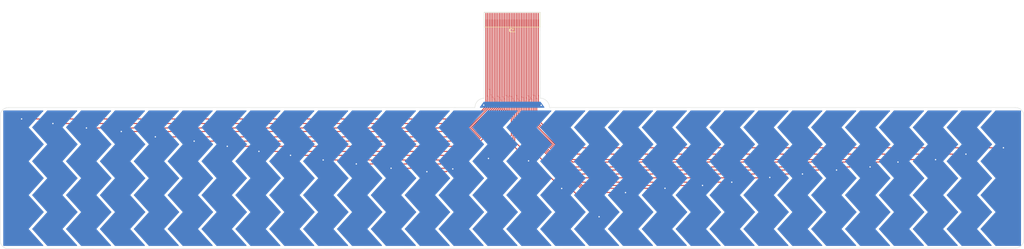
<source format=kicad_pcb>
(kicad_pcb (version 20221018) (generator pcbnew)
  (layers (0 "F.Cu" signal) (31 "B.Cu" signal) (34 "B.Paste" user) (35 "F.Paste" user) (36 "B.SilkS" user "B.Silkscreen") (37 "F.SilkS" user "F.Silkscreen") (38 "B.Mask" user) (39 "F.Mask" user) (44 "Edge.Cuts" user))
  (net 0 "")
  (net 1 "GND")
  (net 2 "/TOUCH0")
  (net 3 "/TOUCH1")
  (net 4 "/TOUCH2")
  (net 5 "/TOUCH3")
  (net 6 "/TOUCH4")
  (net 7 "/TOUCH5")
  (net 8 "/TOUCH6")
  (net 9 "/TOUCH7")
  (net 10 "/TOUCH8")
  (net 11 "/TOUCH9")
  (net 12 "/TOUCH10")
  (net 13 "/TOUCH11")
  (net 14 "/TOUCH12")
  (net 15 "/TOUCH13")
  (net 16 "/TOUCH14")
  (net 17 "/TOUCH15")
  (net 18 "/TOUCH16")
  (net 19 "/TOUCH17")
  (net 20 "/TOUCH18")
  (net 21 "/TOUCH19")
  (net 22 "/TOUCH20")
  (net 23 "/TOUCH21")
  (net 24 "/TOUCH22")
  (net 25 "/TOUCH23")
  (net 26 "/TOUCH24")
  (net 27 "/TOUCH25")
  (net 28 "/TOUCH26")
  (net 29 "/TOUCH27")
  (net 30 "/TOUCH28")
  (net 31 "/TOUCH29")
  (footprint "trill-flex:trill_flex" (layer "F.Cu") (at 201.9046 107.599)
    (fp_text reference "C1" (at 0 3.15) (layer "F.SilkS"))
    (fp_text value "trill-flex-conector")
    (fp_line (start -8.25 -2.18) (end 8.25 -2.18) (stroke (width 0.12)) (layer "F.SilkS"))
    (fp_line (start -8.25 2.18) (end -8.25 -2.18) (stroke (width 0.12)) (layer "F.SilkS"))
    (fp_line (start -8.25 2.18) (end 8.25 2.18) (stroke (width 0.12)) (layer "F.SilkS"))
    (fp_line (start 8.25 2.18) (end 8.25 -2.18) (stroke (width 0.12)) (layer "F.SilkS"))
    (fp_line (start -8.25 -2.18) (end 8.25 -2.18) (stroke (width 0.12)) (layer "Edge.Cuts"))
    (fp_line (start -8.25 3.18) (end -8.25 -2.18) (stroke (width 0.12)) (layer "Edge.Cuts"))
    (fp_line (start 8.25 3.18) (end 8.25 -2.18) (stroke (width 0.12)) (layer "Edge.Cuts"))
    (pad "1" smd rect (at -7.75 0) (size 0.25 4) (layers "F.Cu" "F.Paste" "F.Mask") (net 1 "GND"))
    (pad "2" smd rect (at -7.25 0) (size 0.25 4) (layers "F.Cu" "F.Paste" "F.Mask") (net 2 "/TOUCH0"))
    (pad "3" smd rect (at -6.75 0) (size 0.25 4) (layers "F.Cu" "F.Paste" "F.Mask") (net 3 "/TOUCH1"))
    (pad "4" smd rect (at -6.25 0) (size 0.25 4) (layers "F.Cu" "F.Paste" "F.Mask") (net 4 "/TOUCH2"))
    (pad "5" smd rect (at -5.75 0) (size 0.25 4) (layers "F.Cu" "F.Paste" "F.Mask") (net 5 "/TOUCH3"))
    (pad "6" smd rect (at -5.25 0) (size 0.25 4) (layers "F.Cu" "F.Paste" "F.Mask") (net 6 "/TOUCH4"))
    (pad "7" smd rect (at -4.75 0) (size 0.25 4) (layers "F.Cu" "F.Paste" "F.Mask") (net 7 "/TOUCH5"))
    (pad "8" smd rect (at -4.25 0) (size 0.25 4) (layers "F.Cu" "F.Paste" "F.Mask") (net 8 "/TOUCH6"))
    (pad "9" smd rect (at -3.75 0) (size 0.25 4) (layers "F.Cu" "F.Paste" "F.Mask") (net 9 "/TOUCH7"))
    (pad "10" smd rect (at -3.25 0) (size 0.25 4) (layers "F.Cu" "F.Paste" "F.Mask") (net 10 "/TOUCH8"))
    (pad "11" smd rect (at -2.75 0) (size 0.25 4) (layers "F.Cu" "F.Paste" "F.Mask") (net 11 "/TOUCH9"))
    (pad "12" smd rect (at -2.25 0) (size 0.25 4) (layers "F.Cu" "F.Paste" "F.Mask") (net 12 "/TOUCH10"))
    (pad "13" smd rect (at -1.75 0) (size 0.25 4) (layers "F.Cu" "F.Paste" "F.Mask") (net 13 "/TOUCH11"))
    (pad "14" smd rect (at -1.25 0) (size 0.25 4) (layers "F.Cu" "F.Paste" "F.Mask") (net 14 "/TOUCH12"))
    (pad "15" smd rect (at -0.75 0) (size 0.25 4) (layers "F.Cu" "F.Paste" "F.Mask") (net 15 "/TOUCH13"))
    (pad "16" smd rect (at -0.25 0) (size 0.25 4) (layers "F.Cu" "F.Paste" "F.Mask") (net 16 "/TOUCH14"))
    (pad "17" smd rect (at 0.25 0) (size 0.25 4) (layers "F.Cu" "F.Paste" "F.Mask") (net 17 "/TOUCH15"))
    (pad "18" smd rect (at 0.75 0) (size 0.25 4) (layers "F.Cu" "F.Paste" "F.Mask") (net 18 "/TOUCH16"))
    (pad "19" smd rect (at 1.25 0) (size 0.25 4) (layers "F.Cu" "F.Paste" "F.Mask") (net 19 "/TOUCH17"))
    (pad "20" smd rect (at 1.75 0) (size 0.25 4) (layers "F.Cu" "F.Paste" "F.Mask") (net 20 "/TOUCH18"))
    (pad "21" smd rect (at 2.25 0) (size 0.25 4) (layers "F.Cu" "F.Paste" "F.Mask") (net 21 "/TOUCH19"))
    (pad "22" smd rect (at 2.75 0) (size 0.25 4) (layers "F.Cu" "F.Paste" "F.Mask") (net 22 "/TOUCH20"))
    (pad "23" smd rect (at 3.25 0) (size 0.25 4) (layers "F.Cu" "F.Paste" "F.Mask") (net 23 "/TOUCH21"))
    (pad "24" smd rect (at 3.75 0) (size 0.25 4) (layers "F.Cu" "F.Paste" "F.Mask") (net 24 "/TOUCH22"))
    (pad "25" smd rect (at 4.25 0) (size 0.25 4) (layers "F.Cu" "F.Paste" "F.Mask") (net 25 "/TOUCH23"))
    (pad "26" smd rect (at 4.75 0) (size 0.25 4) (layers "F.Cu" "F.Paste" "F.Mask") (net 26 "/TOUCH24"))
    (pad "27" smd rect (at 5.25 0) (size 0.25 4) (layers "F.Cu" "F.Paste" "F.Mask") (net 27 "/TOUCH25"))
    (pad "28" smd rect (at 5.75 0) (size 0.25 4) (layers "F.Cu" "F.Paste" "F.Mask") (net 28 "/TOUCH26"))
    (pad "29" smd rect (at 6.25 0) (size 0.25 4) (layers "F.Cu" "F.Paste" "F.Mask") (net 29 "/TOUCH27"))
    (pad "30" smd rect (at 6.75 0) (size 0.25 4) (layers "F.Cu" "F.Paste" "F.Mask") (net 30 "/TOUCH28"))
    (pad "31" smd rect (at 7.25 0) (size 0.25 4) (layers "F.Cu" "F.Paste" "F.Mask") (net 31 "/TOUCH29"))
    (pad "32" smd rect (at 7.75 0) (size 0.25 4) (layers "F.Cu" "F.Paste" "F.Mask") (net 1 "GND"))
  )
  (gr_arc (start 53.25 175.25) (mid 51.482233 174.517767) (end 50.75 172.75) (stroke (width 0.1)) (layer "Edge.Cuts"))
  (gr_arc (start 190.9318 133.5278) (mid 191.735265 131.588065) (end 193.675 130.7846) (stroke (width 0.1)) (layer "Edge.Cuts"))
  (gr_arc (start 350.5 133.525) (mid 352.267767 134.257233) (end 353 136.025) (stroke (width 0.1)) (layer "Edge.Cuts"))
  (gr_line (start 50.75 172.75) (end 50.75 136.025) (stroke (width 0.1)) (layer "Edge.Cuts"))
  (gr_arc (start 353 172.5) (mid 352.267767 174.267767) (end 350.5 175) (stroke (width 0.1)) (layer "Edge.Cuts"))
  (gr_arc (start 210.175 130.7744) (mid 212.121877 131.580864) (end 212.9282 133.5278) (stroke (width 0.1)) (layer "Edge.Cuts"))
  (gr_line (start 190.9318 133.5278) (end 185 133.525) (stroke (width 0.1)) (layer "Edge.Cuts"))
  (gr_arc (start 50.75 136.025) (mid 51.482233 134.257233) (end 53.25 133.525) (stroke (width 0.1)) (layer "Edge.Cuts"))
  (gr_line (start 185 133.525) (end 53.25 133.525) (stroke (width 0.1)) (layer "Edge.Cuts"))
  (gr_line (start 53.25 175.25) (end 350.5 175) (stroke (width 0.1)) (layer "Edge.Cuts"))
  (gr_line (start 210.175 130.7744) (end 210.1546 110.779) (stroke (width 0.1)) (layer "Edge.Cuts"))
  (gr_line (start 212.9282 133.5278) (end 350.5 133.525) (stroke (width 0.1)) (layer "Edge.Cuts"))
  (gr_line (start 353 172.5) (end 353 136.025) (stroke (width 0.1)) (layer "Edge.Cuts"))
  (gr_line (start 193.6546 110.779) (end 193.675 130.7846) (stroke (width 0.1)) (layer "Edge.Cuts"))
  (segment (start 194.175 131.445) (end 194.1546 131.4246) (width 0.25) (layer "F.Cu") (net 1))
  (segment (start 209.6546 107.599) (end 209.6546 130.0276) (width 0.25) (layer "F.Cu") (net 1))
  (segment (start 209.675 132.078) (end 210.4898 132.8928) (width 0.25) (layer "F.Cu") (net 1))
  (segment (start 209.6546 130.0276) (end 209.675 130.048) (width 0.25) (layer "F.Cu") (net 1))
  (segment (start 194.1546 131.4246) (end 194.1546 107.599) (width 0.25) (layer "F.Cu") (net 1))
  (segment (start 209.675 130.048) (end 209.675 132.078) (width 0.25) (layer "F.Cu") (net 1))
  (segment (start 193.5226 132.8166) (end 194.175 132.1642) (width 0.25) (layer "F.Cu") (net 1))
  (segment (start 194.175 132.1642) (end 194.175 131.445) (width 0.25) (layer "F.Cu") (net 1))
  (via (at 210.4898 132.8928) (size 0.8) (drill 0.4) (layers "F.Cu" "B.Cu") (net 1))
  (via (at 193.5226 132.8166) (size 0.8) (drill 0.4) (layers "F.Cu" "B.Cu") (net 1))
  (segment (start 194.675 130.175) (end 194.6546 130.1546) (width 0.25) (layer "F.Cu") (net 2))
  (segment (start 190.458505 136.906) (end 194.675 132.689505) (width 0.25) (layer "F.Cu") (net 2))
  (segment (start 57.0738 136.906) (end 190.458505 136.906) (width 0.25) (layer "F.Cu") (net 2))
  (segment (start 194.675 132.689505) (end 194.675 130.175) (width 0.25) (layer "F.Cu") (net 2))
  (segment (start 194.6546 130.1546) (end 194.6546 107.599) (width 0.25) (layer "F.Cu") (net 2))
  (via (at 57.0738 136.906) (size 0.8) (drill 0.4) (layers "F.Cu" "B.Cu") (net 2))
  (segment (start 195.175 132.825901) (end 189.748701 138.2522) (width 0.25) (layer "F.Cu") (net 3))
  (segment (start 189.748701 138.2522) (end 66.3194 138.2522) (width 0.25) (layer "F.Cu") (net 3))
  (segment (start 195.175 128.188004) (end 195.175 132.825901) (width 0.25) (layer "F.Cu") (net 3))
  (segment (start 195.1546 128.167604) (end 195.175 128.188004) (width 0.25) (layer "F.Cu") (net 3))
  (segment (start 195.1546 107.599) (end 195.1546 128.167604) (width 0.25) (layer "F.Cu") (net 3))
  (via (at 66.3194 138.2522) (size 0.8) (drill 0.4) (layers "F.Cu" "B.Cu") (net 3))
  (segment (start 189.064297 139.573) (end 195.675 132.962297) (width 0.25) (layer "F.Cu") (net 4))
  (segment (start 195.675 132.962297) (end 195.675 129.7836) (width 0.25) (layer "F.Cu") (net 4))
  (segment (start 195.6546 129.7632) (end 195.6546 107.599) (width 0.25) (layer "F.Cu") (net 4))
  (segment (start 195.675 129.7836) (end 195.6546 129.7632) (width 0.25) (layer "F.Cu") (net 4))
  (segment (start 76.2254 139.573) (end 189.064297 139.573) (width 0.25) (layer "F.Cu") (net 4))
  (via (at 76.2254 139.573) (size 0.8) (drill 0.4) (layers "F.Cu" "B.Cu") (net 4))
  (segment (start 196.1546 130.434) (end 196.175 130.4544) (width 0.25) (layer "F.Cu") (net 5))
  (segment (start 196.1546 107.599) (end 196.1546 130.434) (width 0.25) (layer "F.Cu") (net 5))
  (segment (start 188.659293 140.6144) (end 86.5124 140.6144) (width 0.25) (layer "F.Cu") (net 5))
  (segment (start 196.175 130.4544) (end 196.175 133.098693) (width 0.25) (layer "F.Cu") (net 5))
  (segment (start 196.175 133.098693) (end 188.659293 140.6144) (width 0.25) (layer "F.Cu") (net 5))
  (via (at 86.5124 140.6144) (size 0.8) (drill 0.4) (layers "F.Cu" "B.Cu") (net 5))
  (segment (start 196.675 133.235089) (end 196.675 131.0132) (width 0.25) (layer "F.Cu") (net 6))
  (segment (start 187.720889 142.1892) (end 196.675 133.235089) (width 0.25) (layer "F.Cu") (net 6))
  (segment (start 96.5708 142.1892) (end 187.720889 142.1892) (width 0.25) (layer "F.Cu") (net 6))
  (segment (start 196.675 131.0132) (end 196.6546 130.9928) (width 0.25) (layer "F.Cu") (net 6))
  (segment (start 196.6546 130.9928) (end 196.6546 107.599) (width 0.25) (layer "F.Cu") (net 6))
  (via (at 96.5708 142.1892) (size 0.8) (drill 0.4) (layers "F.Cu" "B.Cu") (net 6))
  (segment (start 197.175 133.371485) (end 187.087285 143.4592) (width 0.25) (layer "F.Cu") (net 7))
  (segment (start 197.175 131.6228) (end 197.175 133.371485) (width 0.25) (layer "F.Cu") (net 7))
  (segment (start 197.1546 107.599) (end 197.1546 131.6024) (width 0.25) (layer "F.Cu") (net 7))
  (segment (start 197.1546 131.6024) (end 197.175 131.6228) (width 0.25) (layer "F.Cu") (net 7))
  (segment (start 187.087285 143.4592) (end 108.0262 143.4592) (width 0.25) (layer "F.Cu") (net 7))
  (via (at 108.0262 143.4592) (size 0.8) (drill 0.4) (layers "F.Cu" "B.Cu") (net 7))
  (segment (start 197.675 133.507881) (end 186.199681 144.9832) (width 0.25) (layer "F.Cu") (net 8))
  (segment (start 197.6546 107.599) (end 197.6546 130.2054) (width 0.25) (layer "F.Cu") (net 8))
  (segment (start 186.199681 144.9832) (end 117.8052 144.9832) (width 0.25) (layer "F.Cu") (net 8))
  (segment (start 197.6546 130.2054) (end 197.675 130.2258) (width 0.25) (layer "F.Cu") (net 8))
  (segment (start 197.675 130.2258) (end 197.675 133.507881) (width 0.25) (layer "F.Cu") (net 8))
  (via (at 117.8052 144.9832) (size 0.8) (drill 0.4) (layers "F.Cu" "B.Cu") (net 8))
  (segment (start 198.175 130.6322) (end 198.1546 130.6118) (width 0.25) (layer "F.Cu") (net 9))
  (segment (start 185.337477 146.4818) (end 198.175 133.644277) (width 0.25) (layer "F.Cu") (net 9))
  (segment (start 198.175 133.644277) (end 198.175 130.6322) (width 0.25) (layer "F.Cu") (net 9))
  (segment (start 127.1524 146.4818) (end 185.337477 146.4818) (width 0.25) (layer "F.Cu") (net 9))
  (segment (start 198.1546 130.6118) (end 198.1546 107.599) (width 0.25) (layer "F.Cu") (net 9))
  (via (at 127.1524 146.4818) (size 0.8) (drill 0.4) (layers "F.Cu" "B.Cu") (net 9))
  (segment (start 198.6546 107.599) (end 198.6546 131.323) (width 0.25) (layer "F.Cu") (net 10))
  (segment (start 198.675 131.3434) (end 198.675 133.780673) (width 0.25) (layer "F.Cu") (net 10))
  (segment (start 198.6546 131.323) (end 198.675 131.3434) (width 0.25) (layer "F.Cu") (net 10))
  (segment (start 198.675 133.780673) (end 184.805473 147.6502) (width 0.25) (layer "F.Cu") (net 10))
  (segment (start 184.805473 147.6502) (end 136.4742 147.6502) (width 0.25) (layer "F.Cu") (net 10))
  (via (at 136.4742 147.6502) (size 0.8) (drill 0.4) (layers "F.Cu" "B.Cu") (net 10))
  (segment (start 199.175 133.917069) (end 184.070269 149.0218) (width 0.25) (layer "F.Cu") (net 11))
  (segment (start 199.1546 130.3578) (end 199.175 130.3782) (width 0.25) (layer "F.Cu") (net 11))
  (segment (start 199.1546 107.599) (end 199.1546 130.3578) (width 0.25) (layer "F.Cu") (net 11))
  (segment (start 199.175 130.3782) (end 199.175 133.917069) (width 0.25) (layer "F.Cu") (net 11))
  (segment (start 184.070269 149.0218) (end 146.1262 149.0218) (width 0.25) (layer "F.Cu") (net 11))
  (via (at 146.1262 149.0218) (size 0.8) (drill 0.4) (layers "F.Cu" "B.Cu") (net 11))
  (segment (start 183.538265 150.1902) (end 199.675 134.053465) (width 0.25) (layer "F.Cu") (net 12))
  (segment (start 155.9052 150.1902) (end 183.538265 150.1902) (width 0.25) (layer "F.Cu") (net 12))
  (segment (start 199.6546 130.942) (end 199.6546 107.599) (width 0.25) (layer "F.Cu") (net 12))
  (segment (start 199.675 134.053465) (end 199.675 130.9624) (width 0.25) (layer "F.Cu") (net 12))
  (segment (start 199.675 130.9624) (end 199.6546 130.942) (width 0.25) (layer "F.Cu") (net 12))
  (via (at 155.9052 150.1902) (size 0.8) (drill 0.4) (layers "F.Cu" "B.Cu") (net 12))
  (segment (start 200.175 134.189861) (end 182.904661 151.4602) (width 0.25) (layer "F.Cu") (net 13))
  (segment (start 182.904661 151.4602) (end 166.1668 151.4602) (width 0.25) (layer "F.Cu") (net 13))
  (segment (start 200.1546 107.599) (end 200.1546 129.9768) (width 0.25) (layer "F.Cu") (net 13))
  (segment (start 200.175 129.9972) (end 200.175 134.189861) (width 0.25) (layer "F.Cu") (net 13))
  (segment (start 200.1546 129.9768) (end 200.175 129.9972) (width 0.25) (layer "F.Cu") (net 13))
  (via (at 166.1668 151.4602) (size 0.8) (drill 0.4) (layers "F.Cu" "B.Cu") (net 13))
  (segment (start 200.675 130.4036) (end 200.675 134.326257) (width 0.25) (layer "F.Cu") (net 14))
  (segment (start 200.6546 130.3832) (end 200.675 130.4036) (width 0.25) (layer "F.Cu") (net 14))
  (segment (start 182.525057 152.4762) (end 176.7332 152.4762) (width 0.25) (layer "F.Cu") (net 14))
  (segment (start 200.6546 107.599) (end 200.6546 130.3832) (width 0.25) (layer "F.Cu") (net 14))
  (segment (start 200.675 134.326257) (end 182.525057 152.4762) (width 0.25) (layer "F.Cu") (net 14))
  (via (at 176.7332 152.4762) (size 0.8) (drill 0.4) (layers "F.Cu" "B.Cu") (net 14))
  (segment (start 201.175 130.1496) (end 201.175 134.867) (width 0.25) (layer "F.Cu") (net 15))
  (segment (start 201.1546 130.1292) (end 201.175 130.1496) (width 0.25) (layer "F.Cu") (net 15))
  (segment (start 201.1546 107.599) (end 201.1546 130.1292) (width 0.25) (layer "F.Cu") (net 15))
  (segment (start 201.175 134.867) (end 184.3786 151.6634) (width 0.25) (layer "F.Cu") (net 15))
  (via (at 184.3786 151.6634) (size 0.8) (drill 0.4) (layers "F.Cu" "B.Cu") (net 15))
  (segment (start 201.6546 130.2816) (end 201.675 130.302) (width 0.25) (layer "F.Cu") (net 16))
  (segment (start 201.675 130.302) (end 201.675 141.8092) (width 0.25) (layer "F.Cu") (net 16))
  (segment (start 201.675 141.8092) (end 194.9196 148.5646) (width 0.25) (layer "F.Cu") (net 16))
  (segment (start 201.6546 107.599) (end 201.6546 130.2816) (width 0.25) (layer "F.Cu") (net 16))
  (via (at 194.9196 148.5646) (size 0.8) (drill 0.4) (layers "F.Cu" "B.Cu") (net 16))
  (segment (start 202.1546 107.599) (end 202.1546 130.8912) (width 0.25) (layer "F.Cu") (net 17))
  (segment (start 202.1546 130.8912) (end 202.175 130.9116) (width 0.25) (layer "F.Cu") (net 17))
  (segment (start 202.175 130.9116) (end 202.175 144.6948) (width 0.25) (layer "F.Cu") (net 17))
  (segment (start 202.175 144.6948) (end 206.756 149.2758) (width 0.25) (layer "F.Cu") (net 17))
  (via (at 206.756 149.2758) (size 0.8) (drill 0.4) (layers "F.Cu" "B.Cu") (net 17))
  (segment (start 202.675 143.5692) (end 216.535 157.4292) (width 0.25) (layer "F.Cu") (net 18))
  (segment (start 202.6546 131.6024) (end 202.675 131.6228) (width 0.25) (layer "F.Cu") (net 18))
  (segment (start 202.6546 107.599) (end 202.6546 131.6024) (width 0.25) (layer "F.Cu") (net 18))
  (segment (start 202.675 131.6228) (end 202.675 143.5692) (width 0.25) (layer "F.Cu") (net 18))
  (via (at 216.535 157.4292) (size 0.8) (drill 0.4) (layers "F.Cu" "B.Cu") (net 18))
  (segment (start 203.1546 129.9768) (end 203.175 129.9972) (width 0.25) (layer "F.Cu") (net 19))
  (segment (start 203.175 141.3768) (end 227.584 165.7858) (width 0.25) (layer "F.Cu") (net 19))
  (segment (start 203.175 129.9972) (end 203.175 141.3768) (width 0.25) (layer "F.Cu") (net 19))
  (segment (start 203.1546 107.599) (end 203.1546 129.9768) (width 0.25) (layer "F.Cu") (net 19))
  (via (at 227.584 165.7858) (size 0.8) (drill 0.4) (layers "F.Cu" "B.Cu") (net 19))
  (segment (start 203.6546 130.9674) (end 203.675 130.9878) (width 0.25) (layer "F.Cu") (net 20))
  (segment (start 203.675 130.9878) (end 203.675 138.905) (width 0.25) (layer "F.Cu") (net 20))
  (segment (start 223.3676 158.5976) (end 235.331 158.5976) (width 0.25) (layer "F.Cu") (net 20))
  (segment (start 203.675 138.905) (end 223.3676 158.5976) (width 0.25) (layer "F.Cu") (net 20))
  (segment (start 235.331 158.5976) (end 235.3818 158.6484) (width 0.25) (layer "F.Cu") (net 20))
  (segment (start 203.6546 107.599) (end 203.6546 130.9674) (width 0.25) (layer "F.Cu") (net 20))
  (via (at 235.3818 158.6484) (size 0.8) (drill 0.4) (layers "F.Cu" "B.Cu") (net 20))
  (segment (start 204.1546 107.599) (end 204.1546 131.5516) (width 0.25) (layer "F.Cu") (net 21))
  (segment (start 204.175 138.768604) (end 222.784796 157.3784) (width 0.25) (layer "F.Cu") (net 21))
  (segment (start 204.175 131.572) (end 204.175 138.768604) (width 0.25) (layer "F.Cu") (net 21))
  (segment (start 204.1546 131.5516) (end 204.175 131.572) (width 0.25) (layer "F.Cu") (net 21))
  (segment (start 222.784796 157.3784) (end 247.0404 157.3784) (width 0.25) (layer "F.Cu") (net 21))
  (via (at 247.0404 157.3784) (size 0.8) (drill 0.4) (layers "F.Cu" "B.Cu") (net 21))
  (segment (start 204.6546 130.3832) (end 204.675 130.4036) (width 0.25) (layer "F.Cu") (net 22))
  (segment (start 204.675 138.632208) (end 222.582992 156.5402) (width 0.25) (layer "F.Cu") (net 22))
  (segment (start 204.6546 107.599) (end 204.6546 130.3832) (width 0.25) (layer "F.Cu") (net 22))
  (segment (start 204.675 130.4036) (end 204.675 138.632208) (width 0.25) (layer "F.Cu") (net 22))
  (segment (start 222.582992 156.5402) (end 258.1148 156.5402) (width 0.25) (layer "F.Cu") (net 22))
  (via (at 258.1148 156.5402) (size 0.8) (drill 0.4) (layers "F.Cu" "B.Cu") (net 22))
  (segment (start 205.175 138.495812) (end 222.254188 155.575) (width 0.25) (layer "F.Cu") (net 23))
  (segment (start 205.175 130.5814) (end 205.175 138.495812) (width 0.25) (layer "F.Cu") (net 23))
  (segment (start 205.1546 107.599) (end 205.1546 130.561) (width 0.25) (layer "F.Cu") (net 23))
  (segment (start 205.1546 130.561) (end 205.175 130.5814) (width 0.25) (layer "F.Cu") (net 23))
  (segment (start 222.254188 155.575) (end 266.7508 155.575) (width 0.25) (layer "F.Cu") (net 23))
  (via (at 266.7508 155.575) (size 0.8) (drill 0.4) (layers "F.Cu" "B.Cu") (net 23))
  (segment (start 205.6546 131.6024) (end 205.675 131.6228) (width 0.25) (layer "F.Cu") (net 24))
  (segment (start 221.869 154.2796) (end 277.876 154.2796) (width 0.25) (layer "F.Cu") (net 24))
  (segment (start 205.6546 107.599) (end 205.6546 131.6024) (width 0.25) (layer "F.Cu") (net 24))
  (segment (start 277.876 154.2796) (end 277.9776 154.178) (width 0.25) (layer "F.Cu") (net 24))
  (segment (start 205.675 138.0856) (end 221.869 154.2796) (width 0.25) (layer "F.Cu") (net 24))
  (segment (start 205.675 131.6228) (end 205.675 138.0856) (width 0.25) (layer "F.Cu") (net 24))
  (via (at 277.9776 154.178) (size 0.8) (drill 0.4) (layers "F.Cu" "B.Cu") (net 24))
  (segment (start 221.387796 153.162) (end 287.6296 153.162) (width 0.25) (layer "F.Cu") (net 25))
  (segment (start 206.1546 107.599) (end 206.1546 130.688) (width 0.25) (layer "F.Cu") (net 25))
  (segment (start 206.175 137.949204) (end 221.387796 153.162) (width 0.25) (layer "F.Cu") (net 25))
  (segment (start 206.1546 130.688) (end 206.175 130.7084) (width 0.25) (layer "F.Cu") (net 25))
  (segment (start 206.175 130.7084) (end 206.175 137.949204) (width 0.25) (layer "F.Cu") (net 25))
  (via (at 287.6296 153.162) (size 0.8) (drill 0.4) (layers "F.Cu" "B.Cu") (net 25))
  (segment (start 220.855792 151.9936) (end 297.688 151.9936) (width 0.25) (layer "F.Cu") (net 26))
  (segment (start 206.675 137.812808) (end 220.855792 151.9936) (width 0.25) (layer "F.Cu") (net 26))
  (segment (start 206.6546 130.0784) (end 206.675 130.0988) (width 0.25) (layer "F.Cu") (net 26))
  (segment (start 206.6546 107.599) (end 206.6546 130.0784) (width 0.25) (layer "F.Cu") (net 26))
  (segment (start 206.675 130.0988) (end 206.675 137.812808) (width 0.25) (layer "F.Cu") (net 26))
  (via (at 297.688 151.9936) (size 0.8) (drill 0.4) (layers "F.Cu" "B.Cu") (net 26))
  (segment (start 207.175 131.0586) (end 207.125 131.1086) (width 0.25) (layer "F.Cu") (net 27))
  (segment (start 207.175 130.556) (end 207.175 131.0586) (width 0.25) (layer "F.Cu") (net 27))
  (segment (start 220.577788 151.0792) (end 307.594 151.0792) (width 0.25) (layer "F.Cu") (net 27))
  (segment (start 207.1546 130.5356) (end 207.175 130.556) (width 0.25) (layer "F.Cu") (net 27))
  (segment (start 207.125 131.1086) (end 207.125 137.626412) (width 0.25) (layer "F.Cu") (net 27))
  (segment (start 207.1546 107.599) (end 207.1546 130.5356) (width 0.25) (layer "F.Cu") (net 27))
  (segment (start 207.125 137.626412) (end 220.577788 151.0792) (width 0.25) (layer "F.Cu") (net 27))
  (via (at 307.594 151.0792) (size 0.8) (drill 0.4) (layers "F.Cu" "B.Cu") (net 27))
  (segment (start 207.6546 107.599) (end 207.6546 131.0182) (width 0.25) (layer "F.Cu") (net 28))
  (segment (start 207.675 137.540016) (end 219.766384 149.6314) (width 0.25) (layer "F.Cu") (net 28))
  (segment (start 207.675 131.0386) (end 207.675 137.540016) (width 0.25) (layer "F.Cu") (net 28))
  (segment (start 219.766384 149.6314) (end 315.8236 149.6314) (width 0.25) (layer "F.Cu") (net 28))
  (segment (start 207.6546 131.0182) (end 207.675 131.0386) (width 0.25) (layer "F.Cu") (net 28))
  (via (at 315.8236 149.6314) (size 0.8) (drill 0.4) (layers "F.Cu" "B.Cu") (net 28))
  (segment (start 219.747 148.9064) (end 326.9096 148.9064) (width 0.25) (layer "F.Cu") (net 29))
  (segment (start 208.1546 107.599) (end 208.1546 129.8752) (width 0.25) (layer "F.Cu") (net 29))
  (segment (start 326.9096 148.9064) (end 326.9234 148.9202) (width 0.25) (layer "F.Cu") (net 29))
  (segment (start 208.175 129.8956) (end 208.175 137.3344) (width 0.25) (layer "F.Cu") (net 29))
  (segment (start 208.1546 129.8752) (end 208.175 129.8956) (width 0.25) (layer "F.Cu") (net 29))
  (segment (start 208.175 137.3344) (end 219.747 148.9064) (width 0.25) (layer "F.Cu") (net 29))
  (via (at 326.9234 148.9202) (size 0.8) (drill 0.4) (layers "F.Cu" "B.Cu") (net 29))
  (segment (start 218.771596 147.2946) (end 335.8896 147.2946) (width 0.25) (layer "F.Cu") (net 30))
  (segment (start 208.6546 130.053) (end 208.675 130.0734) (width 0.25) (layer "F.Cu") (net 30))
  (segment (start 208.6546 107.599) (end 208.6546 130.053) (width 0.25) (layer "F.Cu") (net 30))
  (segment (start 208.675 130.0734) (end 208.675 137.198004) (width 0.25) (layer "F.Cu") (net 30))
  (segment (start 208.675 137.198004) (end 218.771596 147.2946) (width 0.25) (layer "F.Cu") (net 30))
  (via (at 335.8896 147.2946) (size 0.8) (drill 0.4) (layers "F.Cu" "B.Cu") (net 30))
  (segment (start 217.7796 145.415) (end 346.964 145.415) (width 0.25) (layer "F.Cu") (net 31))
  (segment (start 209.169 136.8044) (end 217.7796 145.415) (width 0.25) (layer "F.Cu") (net 31))
  (segment (start 209.1546 130.8658) (end 209.175 130.8862) (width 0.25) (layer "F.Cu") (net 31))
  (segment (start 209.175 130.8862) (end 209.175 132.7972) (width 0.25) (layer "F.Cu") (net 31))
  (segment (start 209.175 132.7972) (end 209.169 132.8032) (width 0.25) (layer "F.Cu") (net 31))
  (segment (start 209.169 132.8032) (end 209.169 136.8044) (width 0.25) (layer "F.Cu") (net 31))
  (segment (start 209.1546 107.599) (end 209.1546 130.8658) (width 0.25) (layer "F.Cu") (net 31))
  (via (at 346.964 145.415) (size 0.8) (drill 0.4) (layers "F.Cu" "B.Cu") (net 31))
  (zone (net 27) (net_name "/TOUCH25") (layer "B.Cu") (priority 5) (connect_pads (clearance 0.5)) (min_thickness 0.25) (fill yes (thermal_gap 0.5) (thermal_bridge_width 0.5) (island_removal_mode 1) (island_area_min 10))
    (polygon (pts (xy 304.6546 174.4) (xy 300.1546 169.4) (xy 304.6546 164.4) (xy 300.1546 159.4) (xy 304.6546 154.4) (xy 300.1546 149.4) (xy 304.6546 144.4) (xy 300.1546 139.4) (xy 304.6546 134.4) (xy 313.6546 134.4) (xy 309.1546 139.4) (xy 313.6546 144.4) (xy 309.1546 149.4) (xy 313.6546 154.4) (xy 309.1546 159.4) (xy 313.6546 164.4) (xy 309.1546 169.4) (xy 313.6546 174.4)))
  )
  (zone (net 3) (net_name "/TOUCH1") (layer "B.Cu") (priority 1) (connect_pads (clearance 0.5)) (min_thickness 0.25) (fill yes (thermal_gap 0.5) (thermal_bridge_width 0.5) (island_removal_mode 1) (island_area_min 10))
    (polygon (pts (xy 64.6546 134.4) (xy 60.1546 139.4) (xy 64.6546 144.4) (xy 60.1546 149.4) (xy 64.6546 154.4) (xy 60.1546 159.4) (xy 64.6546 164.4) (xy 60.1546 169.4) (xy 64.6546 174.4) (xy 73.6546 174.4) (xy 69.1546 169.4) (xy 73.6546 164.4) (xy 69.1546 159.4) (xy 73.6546 154.4) (xy 69.1546 149.4) (xy 73.6546 144.4) (xy 69.1546 139.4) (xy 73.6546 134.4)))
  )
  (zone (net 9) (net_name "/TOUCH7") (layer "B.Cu") (priority 5) (connect_pads (clearance 0.5)) (min_thickness 0.25) (fill yes (thermal_gap 0.5) (thermal_bridge_width 0.5) (island_removal_mode 1) (island_area_min 10))
    (polygon (pts (xy 124.6546 174.4) (xy 120.1546 169.4) (xy 124.6546 164.4) (xy 120.1546 159.4) (xy 124.6546 154.4) (xy 120.1546 149.4) (xy 124.6546 144.4) (xy 120.1546 139.4) (xy 124.6546 134.4) (xy 133.6546 134.4) (xy 129.1546 139.4) (xy 133.6546 144.4) (xy 129.1546 149.4) (xy 133.6546 154.4) (xy 129.1546 159.4) (xy 133.6546 164.4) (xy 129.1546 169.4) (xy 133.6546 174.4)))
  )
  (zone (net 6) (net_name "/TOUCH4") (layer "B.Cu") (priority 5) (connect_pads (clearance 0.5)) (min_thickness 0.25) (fill yes (thermal_gap 0.5) (thermal_bridge_width 0.5) (island_removal_mode 1) (island_area_min 10))
    (polygon (pts (xy 94.6546 174.4) (xy 90.1546 169.4) (xy 94.6546 164.4) (xy 90.1546 159.4) (xy 94.6546 154.4) (xy 90.1546 149.4) (xy 94.6546 144.4) (xy 90.1546 139.4) (xy 94.6546 134.4) (xy 103.6546 134.4) (xy 99.1546 139.4) (xy 103.6546 144.4) (xy 99.1546 149.4) (xy 103.6546 154.4) (xy 99.1546 159.4) (xy 103.6546 164.4) (xy 99.1546 169.4) (xy 103.6546 174.4)))
  )
  (zone (net 1) (net_name "GND") (layer "B.Cu") (priority 3) (connect_pads (clearance 0.5)) (min_thickness 0.25) (fill yes (thermal_gap 0.5) (thermal_bridge_width 0.5))
    (polygon (pts (xy 211.5566 133.604) (xy 192.2526 133.604) (xy 193.5226 131.826) (xy 210.2866 131.826)))
  )
  (zone (net 28) (net_name "/TOUCH26") (layer "B.Cu") (priority 5) (connect_pads (clearance 0.5)) (min_thickness 0.25) (fill yes (thermal_gap 0.5) (thermal_bridge_width 0.5) (island_removal_mode 1) (island_area_min 10))
    (polygon (pts (xy 314.6546 174.4) (xy 310.1546 169.4) (xy 314.6546 164.4) (xy 310.1546 159.4) (xy 314.6546 154.4) (xy 310.1546 149.4) (xy 314.6546 144.4) (xy 310.1546 139.4) (xy 314.6546 134.4) (xy 323.6546 134.4) (xy 319.1546 139.4) (xy 323.6546 144.4) (xy 319.1546 149.4) (xy 323.6546 154.4) (xy 319.1546 159.4) (xy 323.6546 164.4) (xy 319.1546 169.4) (xy 323.6546 174.4)))
  )
  (zone (net 21) (net_name "/TOUCH19") (layer "B.Cu") (priority 5) (connect_pads (clearance 0.5)) (min_thickness 0.25) (fill yes (thermal_gap 0.5) (thermal_bridge_width 0.5) (island_removal_mode 1) (island_area_min 10))
    (polygon (pts (xy 244.6546 174.4) (xy 240.1546 169.4) (xy 244.6546 164.4) (xy 240.1546 159.4) (xy 244.6546 154.4) (xy 240.1546 149.4) (xy 244.6546 144.4) (xy 240.1546 139.4) (xy 244.6546 134.4) (xy 253.6546 134.4) (xy 249.1546 139.4) (xy 253.6546 144.4) (xy 249.1546 149.4) (xy 253.6546 154.4) (xy 249.1546 159.4) (xy 253.6546 164.4) (xy 249.1546 169.4) (xy 253.6546 174.4)))
  )
  (zone (net 2) (net_name "/TOUCH0") (layer "B.Cu") (connect_pads (clearance 0.5)) (min_thickness 0.25) (fill yes (thermal_gap 0.5) (thermal_bridge_width 0.5) (island_removal_mode 1) (island_area_min 10))
    (polygon (pts (xy 51.6546 174.4) (xy 63.6546 174.4) (xy 59.1546 169.4) (xy 63.6546 164.4) (xy 59.1546 159.4) (xy 63.6546 154.4) (xy 59.1546 149.4) (xy 63.6546 144.4) (xy 59.1546 139.4) (xy 63.6546 134.4) (xy 51.6546 134.4)))
  )
  (zone (net 19) (net_name "/TOUCH17") (layer "B.Cu") (priority 5) (connect_pads (clearance 0.5)) (min_thickness 0.25) (fill yes (thermal_gap 0.5) (thermal_bridge_width 0.5) (island_removal_mode 1) (island_area_min 10))
    (polygon (pts (xy 224.6546 174.4) (xy 220.1546 169.4) (xy 224.6546 164.4) (xy 220.1546 159.4) (xy 224.6546 154.4) (xy 220.1546 149.4) (xy 224.6546 144.4) (xy 220.1546 139.4) (xy 224.6546 134.4) (xy 233.6546 134.4) (xy 229.1546 139.4) (xy 233.6546 144.4) (xy 229.1546 149.4) (xy 233.6546 154.4) (xy 229.1546 159.4) (xy 233.6546 164.4) (xy 229.1546 169.4) (xy 233.6546 174.4)))
  )
  (zone (net 30) (net_name "/TOUCH28") (layer "B.Cu") (priority 5) (connect_pads (clearance 0.5)) (min_thickness 0.25) (fill yes (thermal_gap 0.5) (thermal_bridge_width 0.5) (island_removal_mode 1) (island_area_min 10))
    (polygon (pts (xy 334.6546 174.4) (xy 330.1546 169.4) (xy 334.6546 164.4) (xy 330.1546 159.4) (xy 334.6546 154.4) (xy 330.1546 149.4) (xy 334.6546 144.4) (xy 330.1546 139.4) (xy 334.6546 134.4) (xy 343.6546 134.4) (xy 339.1546 139.4) (xy 343.6546 144.4) (xy 339.1546 149.4) (xy 343.6546 154.4) (xy 339.1546 159.4) (xy 343.6546 164.4) (xy 339.1546 169.4) (xy 343.6546 174.4)))
  )
  (zone (net 17) (net_name "/TOUCH15") (layer "B.Cu") (priority 5) (connect_pads (clearance 0.5)) (min_thickness 0.25) (fill yes (thermal_gap 0.5) (thermal_bridge_width 0.5) (island_removal_mode 1) (island_area_min 10))
    (polygon (pts (xy 204.6546 174.4) (xy 200.1546 169.4) (xy 204.6546 164.4) (xy 200.1546 159.4) (xy 204.6546 154.4) (xy 200.1546 149.4) (xy 204.6546 144.4) (xy 200.1546 139.4) (xy 204.6546 134.4) (xy 213.6546 134.4) (xy 209.1546 139.4) (xy 213.6546 144.4) (xy 209.1546 149.4) (xy 213.6546 154.4) (xy 209.1546 159.4) (xy 213.6546 164.4) (xy 209.1546 169.4) (xy 213.6546 174.4)))
  )
  (zone (net 12) (net_name "/TOUCH10") (layer "B.Cu") (priority 5) (connect_pads (clearance 0.5)) (min_thickness 0.25) (fill yes (thermal_gap 0.5) (thermal_bridge_width 0.5) (island_removal_mode 1) (island_area_min 10))
    (polygon (pts (xy 154.6546 174.4) (xy 150.1546 169.4) (xy 154.6546 164.4) (xy 150.1546 159.4) (xy 154.6546 154.4) (xy 150.1546 149.4) (xy 154.6546 144.4) (xy 150.1546 139.4) (xy 154.6546 134.4) (xy 163.6546 134.4) (xy 159.1546 139.4) (xy 163.6546 144.4) (xy 159.1546 149.4) (xy 163.6546 154.4) (xy 159.1546 159.4) (xy 163.6546 164.4) (xy 159.1546 169.4) (xy 163.6546 174.4)))
  )
  (zone (net 5) (net_name "/TOUCH3") (layer "B.Cu") (priority 4) (connect_pads (clearance 0.5)) (min_thickness 0.25) (fill yes (thermal_gap 0.5) (thermal_bridge_width 0.5) (island_removal_mode 1) (island_area_min 10))
    (polygon (pts (xy 84.6546 174.4) (xy 80.1546 169.4) (xy 84.6546 164.4) (xy 80.1546 159.4) (xy 84.6546 154.4) (xy 80.1546 149.4) (xy 84.6546 144.4) (xy 80.1546 139.4) (xy 84.6546 134.4) (xy 93.6546 134.4) (xy 89.1546 139.4) (xy 93.6546 144.4) (xy 89.1546 149.4) (xy 93.6546 154.4) (xy 89.1546 159.4) (xy 93.6546 164.4) (xy 89.1546 169.4) (xy 93.6546 174.4)))
  )
  (zone (net 18) (net_name "/TOUCH16") (layer "B.Cu") (priority 5) (connect_pads (clearance 0.5)) (min_thickness 0.25) (fill yes (thermal_gap 0.5) (thermal_bridge_width 0.5) (island_removal_mode 1) (island_area_min 10))
    (polygon (pts (xy 214.6546 174.4) (xy 210.1546 169.4) (xy 214.6546 164.4) (xy 210.1546 159.4) (xy 214.6546 154.4) (xy 210.1546 149.4) (xy 214.6546 144.4) (xy 210.1546 139.4) (xy 214.6546 134.4) (xy 223.6546 134.4) (xy 219.1546 139.4) (xy 223.6546 144.4) (xy 219.1546 149.4) (xy 223.6546 154.4) (xy 219.1546 159.4) (xy 223.6546 164.4) (xy 219.1546 169.4) (xy 223.6546 174.4)))
  )
  (zone (net 11) (net_name "/TOUCH9") (layer "B.Cu") (priority 5) (connect_pads (clearance 0.5)) (min_thickness 0.25) (fill yes (thermal_gap 0.5) (thermal_bridge_width 0.5) (island_removal_mode 1) (island_area_min 10))
    (polygon (pts (xy 144.6546 174.4) (xy 140.1546 169.4) (xy 144.6546 164.4) (xy 140.1546 159.4) (xy 144.6546 154.4) (xy 140.1546 149.4) (xy 144.6546 144.4) (xy 140.1546 139.4) (xy 144.6546 134.4) (xy 153.6546 134.4) (xy 149.1546 139.4) (xy 153.6546 144.4) (xy 149.1546 149.4) (xy 153.6546 154.4) (xy 149.1546 159.4) (xy 153.6546 164.4) (xy 149.1546 169.4) (xy 153.6546 174.4)))
  )
  (zone (net 26) (net_name "/TOUCH24") (layer "B.Cu") (priority 5) (connect_pads (clearance 0.5)) (min_thickness 0.25) (fill yes (thermal_gap 0.5) (thermal_bridge_width 0.5) (island_removal_mode 1) (island_area_min 10))
    (polygon (pts (xy 294.6546 174.4) (xy 290.1546 169.4) (xy 294.6546 164.4) (xy 290.1546 159.4) (xy 294.6546 154.4) (xy 290.1546 149.4) (xy 294.6546 144.4) (xy 290.1546 139.4) (xy 294.6546 134.4) (xy 303.6546 134.4) (xy 299.1546 139.4) (xy 303.6546 144.4) (xy 299.1546 149.4) (xy 303.6546 154.4) (xy 299.1546 159.4) (xy 303.6546 164.4) (xy 299.1546 169.4) (xy 303.6546 174.4)))
  )
  (zone (net 29) (net_name "/TOUCH27") (layer "B.Cu") (priority 5) (connect_pads (clearance 0.5)) (min_thickness 0.25) (fill yes (thermal_gap 0.5) (thermal_bridge_width 0.5) (island_removal_mode 1) (island_area_min 10))
    (polygon (pts (xy 324.6546 174.4) (xy 320.1546 169.4) (xy 324.6546 164.4) (xy 320.1546 159.4) (xy 324.6546 154.4) (xy 320.1546 149.4) (xy 324.6546 144.4) (xy 320.1546 139.4) (xy 324.6546 134.4) (xy 333.6546 134.4) (xy 329.1546 139.4) (xy 333.6546 144.4) (xy 329.1546 149.4) (xy 333.6546 154.4) (xy 329.1546 159.4) (xy 333.6546 164.4) (xy 329.1546 169.4) (xy 333.6546 174.4)))
  )
  (zone (net 23) (net_name "/TOUCH21") (layer "B.Cu") (priority 5) (connect_pads (clearance 0.5)) (min_thickness 0.25) (fill yes (thermal_gap 0.5) (thermal_bridge_width 0.5) (island_removal_mode 1) (island_area_min 10))
    (polygon (pts (xy 264.6546 174.4) (xy 260.1546 169.4) (xy 264.6546 164.4) (xy 260.1546 159.4) (xy 264.6546 154.4) (xy 260.1546 149.4) (xy 264.6546 144.4) (xy 260.1546 139.4) (xy 264.6546 134.4) (xy 273.6546 134.4) (xy 269.1546 139.4) (xy 273.6546 144.4) (xy 269.1546 149.4) (xy 273.6546 154.4) (xy 269.1546 159.4) (xy 273.6546 164.4) (xy 269.1546 169.4) (xy 273.6546 174.4)))
  )
  (zone (net 7) (net_name "/TOUCH5") (layer "B.Cu") (priority 5) (connect_pads (clearance 0.5)) (min_thickness 0.25) (fill yes (thermal_gap 0.5) (thermal_bridge_width 0.5) (island_removal_mode 1) (island_area_min 10))
    (polygon (pts (xy 104.6546 174.4) (xy 100.1546 169.4) (xy 104.6546 164.4) (xy 100.1546 159.4) (xy 104.6546 154.4) (xy 100.1546 149.4) (xy 104.6546 144.4) (xy 100.1546 139.4) (xy 104.6546 134.4) (xy 113.6546 134.4) (xy 109.1546 139.4) (xy 113.6546 144.4) (xy 109.1546 149.4) (xy 113.6546 154.4) (xy 109.1546 159.4) (xy 113.6546 164.4) (xy 109.1546 169.4) (xy 113.6546 174.4)))
  )
  (zone (net 13) (net_name "/TOUCH11") (layer "B.Cu") (priority 5) (connect_pads (clearance 0.5)) (min_thickness 0.25) (fill yes (thermal_gap 0.5) (thermal_bridge_width 0.5) (island_removal_mode 1) (island_area_min 10))
    (polygon (pts (xy 164.6546 174.4) (xy 160.1546 169.4) (xy 164.6546 164.4) (xy 160.1546 159.4) (xy 164.6546 154.4) (xy 160.1546 149.4) (xy 164.6546 144.4) (xy 160.1546 139.4) (xy 164.6546 134.4) (xy 173.6546 134.4) (xy 169.1546 139.4) (xy 173.6546 144.4) (xy 169.1546 149.4) (xy 173.6546 154.4) (xy 169.1546 159.4) (xy 173.6546 164.4) (xy 169.1546 169.4) (xy 173.6546 174.4)))
  )
  (zone (net 4) (net_name "/TOUCH2") (layer "B.Cu") (priority 2) (connect_pads (clearance 0.5)) (min_thickness 0.25) (fill yes (thermal_gap 0.5) (thermal_bridge_width 0.5) (island_removal_mode 1) (island_area_min 10))
    (polygon (pts (xy 74.6546 174.4) (xy 70.1546 169.4) (xy 74.6546 164.4) (xy 70.1546 159.4) (xy 74.6546 154.4) (xy 70.1546 149.4) (xy 74.6546 144.4) (xy 70.1546 139.4) (xy 74.6546 134.4) (xy 83.6546 134.4) (xy 79.1546 139.4) (xy 83.6546 144.4) (xy 79.1546 149.4) (xy 83.6546 154.4) (xy 79.1546 159.4) (xy 83.6546 164.4) (xy 79.1546 169.4) (xy 83.6546 174.4)))
  )
  (zone (net 10) (net_name "/TOUCH8") (layer "B.Cu") (priority 5) (connect_pads (clearance 0.5)) (min_thickness 0.25) (fill yes (thermal_gap 0.5) (thermal_bridge_width 0.5) (island_removal_mode 1) (island_area_min 10))
    (polygon (pts (xy 134.6546 174.4) (xy 130.1546 169.4) (xy 134.6546 164.4) (xy 130.1546 159.4) (xy 134.6546 154.4) (xy 130.1546 149.4) (xy 134.6546 144.4) (xy 130.1546 139.4) (xy 134.6546 134.4) (xy 143.6546 134.4) (xy 139.1546 139.4) (xy 143.6546 144.4) (xy 139.1546 149.4) (xy 143.6546 154.4) (xy 139.1546 159.4) (xy 143.6546 164.4) (xy 139.1546 169.4) (xy 143.6546 174.4)))
  )
  (zone (net 25) (net_name "/TOUCH23") (layer "B.Cu") (priority 5) (connect_pads (clearance 0.5)) (min_thickness 0.25) (fill yes (thermal_gap 0.5) (thermal_bridge_width 0.5) (island_removal_mode 1) (island_area_min 10))
    (polygon (pts (xy 284.6546 174.4) (xy 280.1546 169.4) (xy 284.6546 164.4) (xy 280.1546 159.4) (xy 284.6546 154.4) (xy 280.1546 149.4) (xy 284.6546 144.4) (xy 280.1546 139.4) (xy 284.6546 134.4) (xy 293.6546 134.4) (xy 289.1546 139.4) (xy 293.6546 144.4) (xy 289.1546 149.4) (xy 293.6546 154.4) (xy 289.1546 159.4) (xy 293.6546 164.4) (xy 289.1546 169.4) (xy 293.6546 174.4)))
  )
  (zone (net 24) (net_name "/TOUCH22") (layer "B.Cu") (priority 5) (connect_pads (clearance 0.5)) (min_thickness 0.25) (fill yes (thermal_gap 0.5) (thermal_bridge_width 0.5) (island_removal_mode 1) (island_area_min 10))
    (polygon (pts (xy 274.6546 174.4) (xy 270.1546 169.4) (xy 274.6546 164.4) (xy 270.1546 159.4) (xy 274.6546 154.4) (xy 270.1546 149.4) (xy 274.6546 144.4) (xy 270.1546 139.4) (xy 274.6546 134.4) (xy 283.6546 134.4) (xy 279.1546 139.4) (xy 283.6546 144.4) (xy 279.1546 149.4) (xy 283.6546 154.4) (xy 279.1546 159.4) (xy 283.6546 164.4) (xy 279.1546 169.4) (xy 283.6546 174.4)))
  )
  (zone (net 22) (net_name "/TOUCH20") (layer "B.Cu") (priority 5) (connect_pads (clearance 0.5)) (min_thickness 0.25) (fill yes (thermal_gap 0.5) (thermal_bridge_width 0.5) (island_removal_mode 1) (island_area_min 10))
    (polygon (pts (xy 254.6546 174.4) (xy 250.1546 169.4) (xy 254.6546 164.4) (xy 250.1546 159.4) (xy 254.6546 154.4) (xy 250.1546 149.4) (xy 254.6546 144.4) (xy 250.1546 139.4) (xy 254.6546 134.4) (xy 263.6546 134.4) (xy 259.1546 139.4) (xy 263.6546 144.4) (xy 259.1546 149.4) (xy 263.6546 154.4) (xy 259.1546 159.4) (xy 263.6546 164.4) (xy 259.1546 169.4) (xy 263.6546 174.4)))
  )
  (zone (net 15) (net_name "/TOUCH13") (layer "B.Cu") (priority 5) (connect_pads (clearance 0.5)) (min_thickness 0.25) (fill yes (thermal_gap 0.5) (thermal_bridge_width 0.5) (island_removal_mode 1) (island_area_min 10))
    (polygon (pts (xy 184.6546 174.4) (xy 180.1546 169.4) (xy 184.6546 164.4) (xy 180.1546 159.4) (xy 184.6546 154.4) (xy 180.1546 149.4) (xy 184.6546 144.4) (xy 180.1546 139.4) (xy 184.6546 134.4) (xy 193.6546 134.4) (xy 189.1546 139.4) (xy 193.6546 144.4) (xy 189.1546 149.4) (xy 193.6546 154.4) (xy 189.1546 159.4) (xy 193.6546 164.4) (xy 189.1546 169.4) (xy 193.6546 174.4)))
  )
  (zone (net 16) (net_name "/TOUCH14") (layer "B.Cu") (priority 5) (connect_pads (clearance 0.5)) (min_thickness 0.25) (fill yes (thermal_gap 0.5) (thermal_bridge_width 0.5) (island_removal_mode 1) (island_area_min 10))
    (polygon (pts (xy 194.6546 174.4) (xy 190.1546 169.4) (xy 194.6546 164.4) (xy 190.1546 159.4) (xy 194.6546 154.4) (xy 190.1546 149.4) (xy 194.6546 144.4) (xy 190.1546 139.4) (xy 194.6546 134.4) (xy 203.6546 134.4) (xy 199.1546 139.4) (xy 203.6546 144.4) (xy 199.1546 149.4) (xy 203.6546 154.4) (xy 199.1546 159.4) (xy 203.6546 164.4) (xy 199.1546 169.4) (xy 203.6546 174.4)))
  )
  (zone (net 14) (net_name "/TOUCH12") (layer "B.Cu") (priority 5) (connect_pads (clearance 0.5)) (min_thickness 0.25) (fill yes (thermal_gap 0.5) (thermal_bridge_width 0.5) (island_removal_mode 1) (island_area_min 10))
    (polygon (pts (xy 174.6546 174.4) (xy 170.1546 169.4) (xy 174.6546 164.4) (xy 170.1546 159.4) (xy 174.6546 154.4) (xy 170.1546 149.4) (xy 174.6546 144.4) (xy 170.1546 139.4) (xy 174.6546 134.4) (xy 183.6546 134.4) (xy 179.1546 139.4) (xy 183.6546 144.4) (xy 179.1546 149.4) (xy 183.6546 154.4) (xy 179.1546 159.4) (xy 183.6546 164.4) (xy 179.1546 169.4) (xy 183.6546 174.4)))
  )
  (zone (net 31) (net_name "/TOUCH29") (layer "B.Cu") (priority 6) (connect_pads (clearance 0.5)) (min_thickness 0.25) (fill yes (thermal_gap 0.5) (thermal_bridge_width 0.5) (island_removal_mode 1) (island_area_min 10))
    (polygon (pts (xy 344.6546 134.4) (xy 352.1546 134.4) (xy 352.1546 174.4) (xy 344.6546 174.4) (xy 340.1546 169.4) (xy 344.6546 164.4) (xy 340.1546 159.4) (xy 344.6546 154.4) (xy 340.1546 149.4) (xy 344.6546 144.4) (xy 340.1546 139.4)))
  )
  (zone (net 20) (net_name "/TOUCH18") (layer "B.Cu") (priority 5) (connect_pads (clearance 0.5)) (min_thickness 0.25) (fill yes (thermal_gap 0.5) (thermal_bridge_width 0.5) (island_removal_mode 1) (island_area_min 10))
    (polygon (pts (xy 234.6546 174.4) (xy 230.1546 169.4) (xy 234.6546 164.4) (xy 230.1546 159.4) (xy 234.6546 154.4) (xy 230.1546 149.4) (xy 234.6546 144.4) (xy 230.1546 139.4) (xy 234.6546 134.4) (xy 243.6546 134.4) (xy 239.1546 139.4) (xy 243.6546 144.4) (xy 239.1546 149.4) (xy 243.6546 154.4) (xy 239.1546 159.4) (xy 243.6546 164.4) (xy 239.1546 169.4) (xy 243.6546 174.4)))
  )
  (zone (net 8) (net_name "/TOUCH6") (layer "B.Cu") (priority 5) (connect_pads (clearance 0.5)) (min_thickness 0.25) (fill yes (thermal_gap 0.5) (thermal_bridge_width 0.5) (island_removal_mode 1) (island_area_min 10))
    (polygon (pts (xy 114.6546 174.4) (xy 110.1546 169.4) (xy 114.6546 164.4) (xy 110.1546 159.4) (xy 114.6546 154.4) (xy 110.1546 149.4) (xy 114.6546 144.4) (xy 110.1546 139.4) (xy 114.6546 134.4) (xy 123.6546 134.4) (xy 119.1546 139.4) (xy 123.6546 144.4) (xy 119.1546 149.4) (xy 123.6546 154.4) (xy 119.1546 159.4) (xy 123.6546 164.4) (xy 119.1546 169.4) (xy 123.6546 174.4)))
  )
)
</source>
